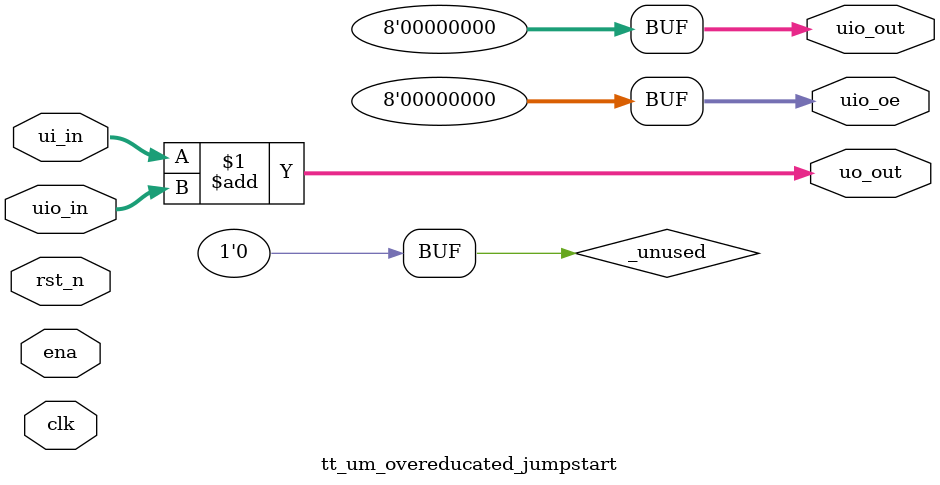
<source format=v>
/*
 * Copyright (c) 2024 Your Name
 * SPDX-License-Identifier: Apache-2.0
 */

`default_nettype none

/* ************************************************************************
 * ************************************************************************ */

module tt_um_overeducated_jumpstart (
    input  wire [7:0] ui_in,    // Dedicated inputs
    output wire [7:0] uo_out,   // Dedicated outputs
    input  wire [7:0] uio_in,   // IOs: Input path
    output wire [7:0] uio_out,  // IOs: Output path
    output wire [7:0] uio_oe,   // IOs: Enable path (active high: 0=input, 1=output)
    input  wire       ena,      // always 1 when the design is powered, so you can ignore it
    input  wire       clk,      // clock
    input  wire       rst_n     // reset_n - low to reset
);

  // All output pins must be assigned. If not used, assign to 0.
  assign uo_out  = ui_in + uio_in;  // Example: ou_out is the sum of ui_in and uio_in
  assign uio_out = 0;
  assign uio_oe  = 0;

  // List all unused inputs to prevent warnings
  wire _unused = &{ena, clk, rst_n, 1'b0};

endmodule

/* ************************************************************************
 * ************************************************************************ */

</source>
